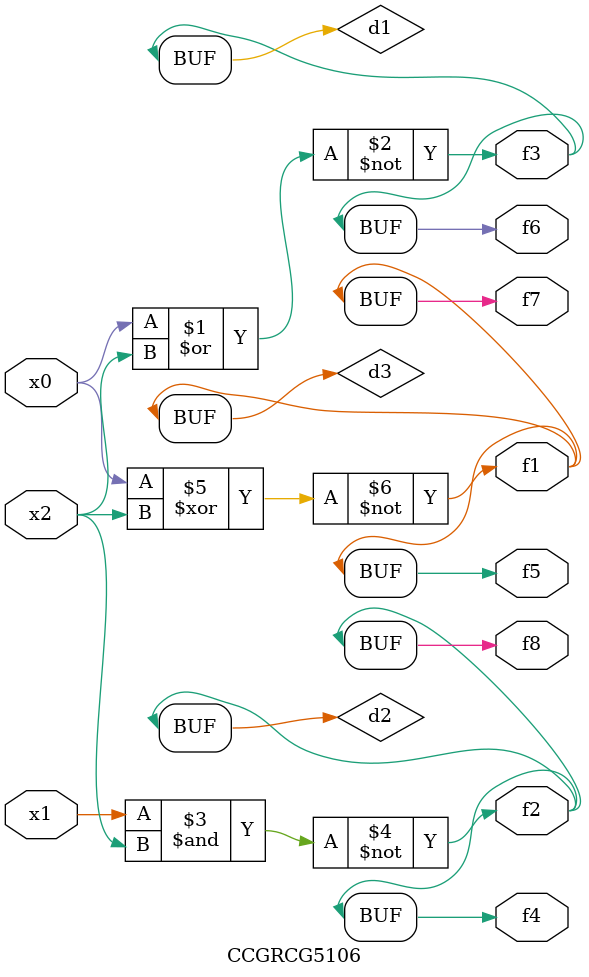
<source format=v>
module CCGRCG5106(
	input x0, x1, x2,
	output f1, f2, f3, f4, f5, f6, f7, f8
);

	wire d1, d2, d3;

	nor (d1, x0, x2);
	nand (d2, x1, x2);
	xnor (d3, x0, x2);
	assign f1 = d3;
	assign f2 = d2;
	assign f3 = d1;
	assign f4 = d2;
	assign f5 = d3;
	assign f6 = d1;
	assign f7 = d3;
	assign f8 = d2;
endmodule

</source>
